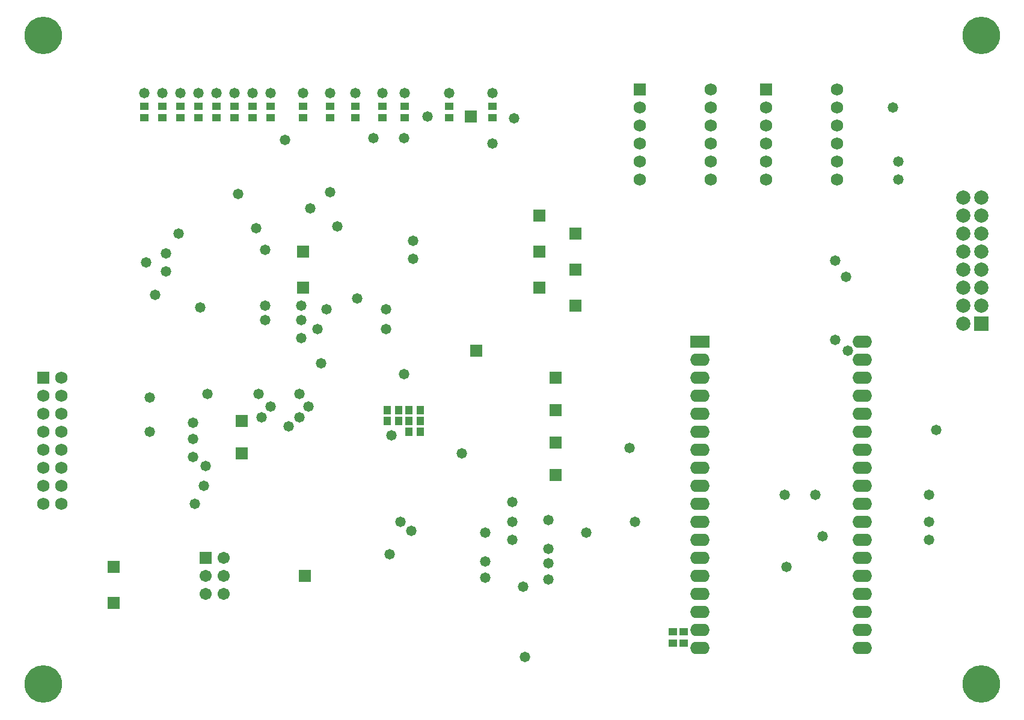
<source format=gbs>
G04*
G04 #@! TF.GenerationSoftware,Altium Limited,Altium Designer,22.3.1 (43)*
G04*
G04 Layer_Color=16711935*
%FSLAX25Y25*%
%MOIN*%
G70*
G04*
G04 #@! TF.SameCoordinates,C488EDB3-D5C6-4A86-98F8-C412E4F75817*
G04*
G04*
G04 #@! TF.FilePolarity,Negative*
G04*
G01*
G75*
%ADD22R,0.04540X0.03950*%
%ADD26R,0.03950X0.04540*%
%ADD29R,0.10800X0.06800*%
%ADD30O,0.10800X0.06800*%
%ADD31C,0.06800*%
%ADD32R,0.06800X0.06800*%
%ADD33R,0.06706X0.06706*%
%ADD34C,0.06706*%
%ADD35R,0.06706X0.06706*%
%ADD36R,0.07887X0.07887*%
%ADD37C,0.07887*%
%ADD38C,0.20800*%
%ADD39C,0.05800*%
D22*
X375000Y42850D02*
D03*
Y49150D02*
D03*
X369000Y42850D02*
D03*
Y49150D02*
D03*
X245000Y334350D02*
D03*
Y340650D02*
D03*
X269000Y334350D02*
D03*
Y340650D02*
D03*
X220500Y334350D02*
D03*
Y340650D02*
D03*
X208000Y334350D02*
D03*
Y340650D02*
D03*
X193000Y334350D02*
D03*
Y340650D02*
D03*
X164000Y334350D02*
D03*
Y340650D02*
D03*
X179000Y334350D02*
D03*
Y340650D02*
D03*
X86000Y334350D02*
D03*
Y340650D02*
D03*
X96000Y334350D02*
D03*
Y340650D02*
D03*
X76000Y334350D02*
D03*
Y340650D02*
D03*
X126000Y334350D02*
D03*
Y340650D02*
D03*
X106000Y334350D02*
D03*
Y340650D02*
D03*
X116000Y334350D02*
D03*
Y340650D02*
D03*
X136000Y334350D02*
D03*
Y340650D02*
D03*
X146000Y334350D02*
D03*
Y340650D02*
D03*
D26*
X217150Y172000D02*
D03*
X210850D02*
D03*
X222850D02*
D03*
X229150D02*
D03*
X217150Y166000D02*
D03*
X210850D02*
D03*
X222850D02*
D03*
X229150D02*
D03*
X222850Y160000D02*
D03*
X229150D02*
D03*
D29*
X384000Y210000D02*
D03*
D30*
Y200000D02*
D03*
Y190000D02*
D03*
Y180000D02*
D03*
Y170000D02*
D03*
Y160000D02*
D03*
Y150000D02*
D03*
Y140000D02*
D03*
Y130000D02*
D03*
Y120000D02*
D03*
Y110000D02*
D03*
Y100000D02*
D03*
Y90000D02*
D03*
Y80000D02*
D03*
Y70000D02*
D03*
Y60000D02*
D03*
Y50000D02*
D03*
Y40000D02*
D03*
X474000Y210000D02*
D03*
Y200000D02*
D03*
Y190000D02*
D03*
Y180000D02*
D03*
Y170000D02*
D03*
Y160000D02*
D03*
Y150000D02*
D03*
Y140000D02*
D03*
Y130000D02*
D03*
Y120000D02*
D03*
Y110000D02*
D03*
Y100000D02*
D03*
Y90000D02*
D03*
Y80000D02*
D03*
Y70000D02*
D03*
Y60000D02*
D03*
Y50000D02*
D03*
Y40000D02*
D03*
D31*
X30000Y120000D02*
D03*
Y130000D02*
D03*
Y140000D02*
D03*
Y150000D02*
D03*
Y160000D02*
D03*
Y170000D02*
D03*
Y180000D02*
D03*
X20000Y120000D02*
D03*
Y130000D02*
D03*
Y140000D02*
D03*
Y150000D02*
D03*
Y160000D02*
D03*
Y170000D02*
D03*
X30000Y190000D02*
D03*
X20000Y180000D02*
D03*
X390000Y300000D02*
D03*
Y310000D02*
D03*
Y320000D02*
D03*
Y330000D02*
D03*
Y340000D02*
D03*
Y350000D02*
D03*
X350630Y300000D02*
D03*
Y310000D02*
D03*
Y320000D02*
D03*
Y330000D02*
D03*
Y340000D02*
D03*
X460000Y300000D02*
D03*
Y310000D02*
D03*
Y320000D02*
D03*
Y330000D02*
D03*
Y340000D02*
D03*
Y350000D02*
D03*
X420630Y300000D02*
D03*
Y310000D02*
D03*
Y320000D02*
D03*
Y330000D02*
D03*
Y340000D02*
D03*
D32*
X20000Y190000D02*
D03*
X350630Y350000D02*
D03*
X420630D02*
D03*
D33*
X110000Y90000D02*
D03*
D34*
X120000D02*
D03*
X110000Y80000D02*
D03*
X120000D02*
D03*
X110000Y70000D02*
D03*
X120000D02*
D03*
D35*
X257000Y335000D02*
D03*
X59000Y85000D02*
D03*
X165000Y80000D02*
D03*
X59000Y65000D02*
D03*
X260000Y205000D02*
D03*
X304000Y190000D02*
D03*
Y172000D02*
D03*
Y154000D02*
D03*
Y136000D02*
D03*
X130000Y166000D02*
D03*
Y148000D02*
D03*
X164000Y260000D02*
D03*
Y240000D02*
D03*
X295000D02*
D03*
X315000Y230000D02*
D03*
X295000Y260000D02*
D03*
X315000Y250000D02*
D03*
X295000Y280000D02*
D03*
X315000Y270000D02*
D03*
D36*
X540000Y220000D02*
D03*
D37*
X530000D02*
D03*
X540000Y230000D02*
D03*
X530000D02*
D03*
X540000Y240000D02*
D03*
X530000D02*
D03*
X540000Y250000D02*
D03*
X530000D02*
D03*
X540000Y260000D02*
D03*
X530000D02*
D03*
X540000Y270000D02*
D03*
X530000D02*
D03*
X540000Y280000D02*
D03*
X530000D02*
D03*
X540000Y290000D02*
D03*
X530000D02*
D03*
D38*
X540000Y380000D02*
D03*
Y20000D02*
D03*
X20000Y380000D02*
D03*
Y20000D02*
D03*
D39*
X287000Y35000D02*
D03*
X286000Y74000D02*
D03*
X111000Y181000D02*
D03*
X212000Y92000D02*
D03*
X103000Y146000D02*
D03*
Y156000D02*
D03*
Y165000D02*
D03*
X110000Y141000D02*
D03*
X174000Y198000D02*
D03*
X177000Y228000D02*
D03*
X194000Y234000D02*
D03*
X210000Y228000D02*
D03*
Y217000D02*
D03*
X88000Y258957D02*
D03*
X172000Y217000D02*
D03*
X77000Y254000D02*
D03*
X82000Y236000D02*
D03*
X128000Y292000D02*
D03*
X163000Y230000D02*
D03*
X143000D02*
D03*
X109000Y130000D02*
D03*
X156000Y163000D02*
D03*
X104000Y120000D02*
D03*
X88000Y249000D02*
D03*
X163000Y212000D02*
D03*
X321000Y104000D02*
D03*
X300000Y78000D02*
D03*
Y95000D02*
D03*
Y111000D02*
D03*
X265000Y79000D02*
D03*
Y88000D02*
D03*
X280000Y100000D02*
D03*
Y110000D02*
D03*
X265000Y104000D02*
D03*
X345000Y151000D02*
D03*
X300000Y87000D02*
D03*
X280000Y121000D02*
D03*
X348000Y110000D02*
D03*
X179000Y293000D02*
D03*
X168000Y284000D02*
D03*
X224000Y105000D02*
D03*
X218000Y110000D02*
D03*
X183000Y274000D02*
D03*
X220000Y323000D02*
D03*
X203000D02*
D03*
X163000Y222000D02*
D03*
X139500Y181000D02*
D03*
X143000Y222000D02*
D03*
X515000Y161000D02*
D03*
X511000Y125000D02*
D03*
Y110000D02*
D03*
X452000Y102000D02*
D03*
X459000Y211000D02*
D03*
X466000Y205000D02*
D03*
X448000Y125000D02*
D03*
X511000Y100000D02*
D03*
X432000Y85000D02*
D03*
X431000Y125000D02*
D03*
X465000Y246000D02*
D03*
X459000Y255000D02*
D03*
X494000Y300000D02*
D03*
Y310000D02*
D03*
X491000Y340000D02*
D03*
X225000Y266000D02*
D03*
Y256000D02*
D03*
X154000Y322000D02*
D03*
X269000Y320000D02*
D03*
X281000Y334000D02*
D03*
X233000Y335000D02*
D03*
X146000Y174000D02*
D03*
X141000Y168000D02*
D03*
X162000Y181000D02*
D03*
X167000Y174000D02*
D03*
X162000Y168000D02*
D03*
X79000Y160000D02*
D03*
Y179000D02*
D03*
X107000Y229000D02*
D03*
X143000Y261000D02*
D03*
X138000Y273000D02*
D03*
X95000Y270000D02*
D03*
X252000Y148000D02*
D03*
X220000Y192000D02*
D03*
X213000Y158000D02*
D03*
X269000Y348000D02*
D03*
X245000D02*
D03*
X193000D02*
D03*
X220500D02*
D03*
X208000D02*
D03*
X179000D02*
D03*
X164000D02*
D03*
X146000D02*
D03*
X136000D02*
D03*
X126000D02*
D03*
X116000D02*
D03*
X106000D02*
D03*
X96000D02*
D03*
X86000D02*
D03*
X76000D02*
D03*
M02*

</source>
